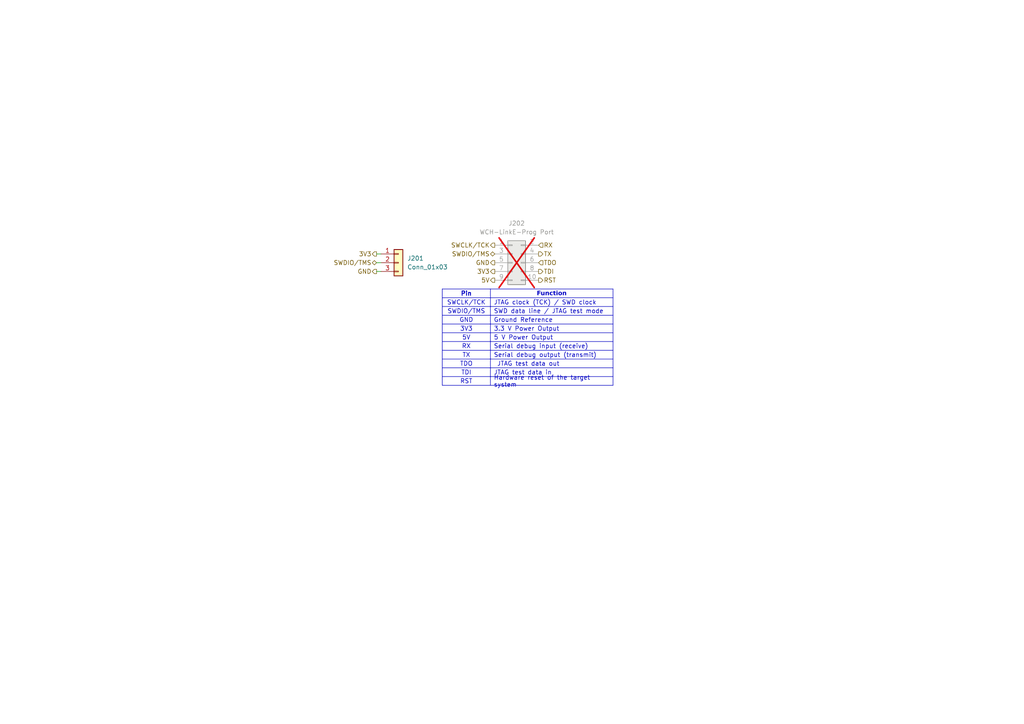
<source format=kicad_sch>
(kicad_sch
	(version 20250114)
	(generator "eeschema")
	(generator_version "9.0")
	(uuid "bf36e080-1729-460d-b98f-541081fc2cf4")
	(paper "A4")
	(title_block
		(title "CHeepCore")
		(date "2025-08-06")
		(rev "0.0.1b")
		(company "VollständigerName")
		(comment 1 "github.com/VollstaendigerName")
		(comment 2 "LICENSE: CC BY-NC 4.0. https://creativecommons.org/licenses/by-nc/4.0")
		(comment 4 "CH32v003")
	)
	(lib_symbols
		(symbol "Connector_Generic:Conn_01x03"
			(pin_names
				(offset 1.016)
				(hide yes)
			)
			(exclude_from_sim no)
			(in_bom yes)
			(on_board yes)
			(property "Reference" "J"
				(at 0 5.08 0)
				(effects
					(font
						(size 1.27 1.27)
					)
				)
			)
			(property "Value" "Conn_01x03"
				(at 0 -5.08 0)
				(effects
					(font
						(size 1.27 1.27)
					)
				)
			)
			(property "Footprint" ""
				(at 0 0 0)
				(effects
					(font
						(size 1.27 1.27)
					)
					(hide yes)
				)
			)
			(property "Datasheet" "~"
				(at 0 0 0)
				(effects
					(font
						(size 1.27 1.27)
					)
					(hide yes)
				)
			)
			(property "Description" "Generic connector, single row, 01x03, script generated (kicad-library-utils/schlib/autogen/connector/)"
				(at 0 0 0)
				(effects
					(font
						(size 1.27 1.27)
					)
					(hide yes)
				)
			)
			(property "ki_keywords" "connector"
				(at 0 0 0)
				(effects
					(font
						(size 1.27 1.27)
					)
					(hide yes)
				)
			)
			(property "ki_fp_filters" "Connector*:*_1x??_*"
				(at 0 0 0)
				(effects
					(font
						(size 1.27 1.27)
					)
					(hide yes)
				)
			)
			(symbol "Conn_01x03_1_1"
				(rectangle
					(start -1.27 3.81)
					(end 1.27 -3.81)
					(stroke
						(width 0.254)
						(type default)
					)
					(fill
						(type background)
					)
				)
				(rectangle
					(start -1.27 2.667)
					(end 0 2.413)
					(stroke
						(width 0.1524)
						(type default)
					)
					(fill
						(type none)
					)
				)
				(rectangle
					(start -1.27 0.127)
					(end 0 -0.127)
					(stroke
						(width 0.1524)
						(type default)
					)
					(fill
						(type none)
					)
				)
				(rectangle
					(start -1.27 -2.413)
					(end 0 -2.667)
					(stroke
						(width 0.1524)
						(type default)
					)
					(fill
						(type none)
					)
				)
				(pin passive line
					(at -5.08 2.54 0)
					(length 3.81)
					(name "Pin_1"
						(effects
							(font
								(size 1.27 1.27)
							)
						)
					)
					(number "1"
						(effects
							(font
								(size 1.27 1.27)
							)
						)
					)
				)
				(pin passive line
					(at -5.08 0 0)
					(length 3.81)
					(name "Pin_2"
						(effects
							(font
								(size 1.27 1.27)
							)
						)
					)
					(number "2"
						(effects
							(font
								(size 1.27 1.27)
							)
						)
					)
				)
				(pin passive line
					(at -5.08 -2.54 0)
					(length 3.81)
					(name "Pin_3"
						(effects
							(font
								(size 1.27 1.27)
							)
						)
					)
					(number "3"
						(effects
							(font
								(size 1.27 1.27)
							)
						)
					)
				)
			)
			(embedded_fonts no)
		)
		(symbol "Connector_Generic:Conn_02x05_Odd_Even"
			(pin_names
				(offset 1.016)
				(hide yes)
			)
			(exclude_from_sim no)
			(in_bom yes)
			(on_board yes)
			(property "Reference" "J"
				(at 1.27 7.62 0)
				(effects
					(font
						(size 1.27 1.27)
					)
				)
			)
			(property "Value" "Conn_02x05_Odd_Even"
				(at 1.27 -7.62 0)
				(effects
					(font
						(size 1.27 1.27)
					)
				)
			)
			(property "Footprint" ""
				(at 0 0 0)
				(effects
					(font
						(size 1.27 1.27)
					)
					(hide yes)
				)
			)
			(property "Datasheet" "~"
				(at 0 0 0)
				(effects
					(font
						(size 1.27 1.27)
					)
					(hide yes)
				)
			)
			(property "Description" "Generic connector, double row, 02x05, odd/even pin numbering scheme (row 1 odd numbers, row 2 even numbers), script generated (kicad-library-utils/schlib/autogen/connector/)"
				(at 0 0 0)
				(effects
					(font
						(size 1.27 1.27)
					)
					(hide yes)
				)
			)
			(property "ki_keywords" "connector"
				(at 0 0 0)
				(effects
					(font
						(size 1.27 1.27)
					)
					(hide yes)
				)
			)
			(property "ki_fp_filters" "Connector*:*_2x??_*"
				(at 0 0 0)
				(effects
					(font
						(size 1.27 1.27)
					)
					(hide yes)
				)
			)
			(symbol "Conn_02x05_Odd_Even_1_1"
				(rectangle
					(start -1.27 6.35)
					(end 3.81 -6.35)
					(stroke
						(width 0.254)
						(type default)
					)
					(fill
						(type background)
					)
				)
				(rectangle
					(start -1.27 5.207)
					(end 0 4.953)
					(stroke
						(width 0.1524)
						(type default)
					)
					(fill
						(type none)
					)
				)
				(rectangle
					(start -1.27 2.667)
					(end 0 2.413)
					(stroke
						(width 0.1524)
						(type default)
					)
					(fill
						(type none)
					)
				)
				(rectangle
					(start -1.27 0.127)
					(end 0 -0.127)
					(stroke
						(width 0.1524)
						(type default)
					)
					(fill
						(type none)
					)
				)
				(rectangle
					(start -1.27 -2.413)
					(end 0 -2.667)
					(stroke
						(width 0.1524)
						(type default)
					)
					(fill
						(type none)
					)
				)
				(rectangle
					(start -1.27 -4.953)
					(end 0 -5.207)
					(stroke
						(width 0.1524)
						(type default)
					)
					(fill
						(type none)
					)
				)
				(rectangle
					(start 3.81 5.207)
					(end 2.54 4.953)
					(stroke
						(width 0.1524)
						(type default)
					)
					(fill
						(type none)
					)
				)
				(rectangle
					(start 3.81 2.667)
					(end 2.54 2.413)
					(stroke
						(width 0.1524)
						(type default)
					)
					(fill
						(type none)
					)
				)
				(rectangle
					(start 3.81 0.127)
					(end 2.54 -0.127)
					(stroke
						(width 0.1524)
						(type default)
					)
					(fill
						(type none)
					)
				)
				(rectangle
					(start 3.81 -2.413)
					(end 2.54 -2.667)
					(stroke
						(width 0.1524)
						(type default)
					)
					(fill
						(type none)
					)
				)
				(rectangle
					(start 3.81 -4.953)
					(end 2.54 -5.207)
					(stroke
						(width 0.1524)
						(type default)
					)
					(fill
						(type none)
					)
				)
				(pin passive line
					(at -5.08 5.08 0)
					(length 3.81)
					(name "Pin_1"
						(effects
							(font
								(size 1.27 1.27)
							)
						)
					)
					(number "1"
						(effects
							(font
								(size 1.27 1.27)
							)
						)
					)
				)
				(pin passive line
					(at -5.08 2.54 0)
					(length 3.81)
					(name "Pin_3"
						(effects
							(font
								(size 1.27 1.27)
							)
						)
					)
					(number "3"
						(effects
							(font
								(size 1.27 1.27)
							)
						)
					)
				)
				(pin passive line
					(at -5.08 0 0)
					(length 3.81)
					(name "Pin_5"
						(effects
							(font
								(size 1.27 1.27)
							)
						)
					)
					(number "5"
						(effects
							(font
								(size 1.27 1.27)
							)
						)
					)
				)
				(pin passive line
					(at -5.08 -2.54 0)
					(length 3.81)
					(name "Pin_7"
						(effects
							(font
								(size 1.27 1.27)
							)
						)
					)
					(number "7"
						(effects
							(font
								(size 1.27 1.27)
							)
						)
					)
				)
				(pin passive line
					(at -5.08 -5.08 0)
					(length 3.81)
					(name "Pin_9"
						(effects
							(font
								(size 1.27 1.27)
							)
						)
					)
					(number "9"
						(effects
							(font
								(size 1.27 1.27)
							)
						)
					)
				)
				(pin passive line
					(at 7.62 5.08 180)
					(length 3.81)
					(name "Pin_2"
						(effects
							(font
								(size 1.27 1.27)
							)
						)
					)
					(number "2"
						(effects
							(font
								(size 1.27 1.27)
							)
						)
					)
				)
				(pin passive line
					(at 7.62 2.54 180)
					(length 3.81)
					(name "Pin_4"
						(effects
							(font
								(size 1.27 1.27)
							)
						)
					)
					(number "4"
						(effects
							(font
								(size 1.27 1.27)
							)
						)
					)
				)
				(pin passive line
					(at 7.62 0 180)
					(length 3.81)
					(name "Pin_6"
						(effects
							(font
								(size 1.27 1.27)
							)
						)
					)
					(number "6"
						(effects
							(font
								(size 1.27 1.27)
							)
						)
					)
				)
				(pin passive line
					(at 7.62 -2.54 180)
					(length 3.81)
					(name "Pin_8"
						(effects
							(font
								(size 1.27 1.27)
							)
						)
					)
					(number "8"
						(effects
							(font
								(size 1.27 1.27)
							)
						)
					)
				)
				(pin passive line
					(at 7.62 -5.08 180)
					(length 3.81)
					(name "Pin_10"
						(effects
							(font
								(size 1.27 1.27)
							)
						)
					)
					(number "10"
						(effects
							(font
								(size 1.27 1.27)
							)
						)
					)
				)
			)
			(embedded_fonts no)
		)
	)
	(wire
		(pts
			(xy 109.22 78.74) (xy 110.49 78.74)
		)
		(stroke
			(width 0)
			(type default)
		)
		(uuid "03339234-69ed-4bf8-8ea7-4bccaaf13017")
	)
	(wire
		(pts
			(xy 109.22 76.2) (xy 110.49 76.2)
		)
		(stroke
			(width 0)
			(type default)
		)
		(uuid "b0bc2e37-7f6b-40de-9129-7ee431746153")
	)
	(wire
		(pts
			(xy 109.22 73.66) (xy 110.49 73.66)
		)
		(stroke
			(width 0)
			(type default)
		)
		(uuid "c10d05c6-fd48-4d6e-9829-da1a64f82a60")
	)
	(table
		(column_count 2)
		(border
			(external yes)
			(header yes)
			(stroke
				(width 0.381)
				(type solid)
			)
		)
		(separators
			(rows yes)
			(cols yes)
			(stroke
				(width 0)
				(type solid)
			)
		)
		(column_widths 13.97 35.56)
		(row_heights 2.54 2.54 2.54 2.54 2.54 2.54 2.54 2.54 2.54 2.54 2.54)
		(cells
			(table_cell "Pin"
				(exclude_from_sim no)
				(at 128.27 83.82 0)
				(size 13.97 2.54)
				(margins 0.9525 0.9525 0.9525 0.9525)
				(span 1 1)
				(fill
					(type none)
				)
				(effects
					(font
						(size 1.27 1.27)
						(thickness 0.254)
						(bold yes)
					)
				)
				(uuid "77c37cc4-6665-4536-8b3b-d308422afb15")
			)
			(table_cell "Function"
				(exclude_from_sim no)
				(at 142.24 83.82 0)
				(size 35.56 2.54)
				(margins 0.9525 0.9525 0.9525 0.9525)
				(span 1 1)
				(fill
					(type none)
				)
				(effects
					(font
						(face "Arial")
						(size 1.27 1.27)
						(bold yes)
					)
				)
				(uuid "4bb5fd01-6368-4e9c-a5c8-5d5e0091bb7a")
			)
			(table_cell "SWCLK/TCK"
				(exclude_from_sim no)
				(at 128.27 86.36 0)
				(size 13.97 2.54)
				(margins 0.9525 0.9525 0.9525 0.9525)
				(span 1 1)
				(fill
					(type none)
				)
				(effects
					(font
						(size 1.27 1.27)
					)
				)
				(uuid "81ae696f-6842-4e1d-91ce-7cf233dc5169")
			)
			(table_cell "JTAG clock (TCK) / SWD clock"
				(exclude_from_sim no)
				(at 142.24 86.36 0)
				(size 35.56 2.54)
				(margins 0.9525 0.9525 0.9525 0.9525)
				(span 1 1)
				(fill
					(type none)
				)
				(effects
					(font
						(size 1.27 1.27)
					)
					(justify left)
				)
				(uuid "afeb0c53-9b3b-461b-a4f2-81b2beb45728")
			)
			(table_cell "SWDIO/TMS"
				(exclude_from_sim no)
				(at 128.27 88.9 0)
				(size 13.97 2.54)
				(margins 0.9525 0.9525 0.9525 0.9525)
				(span 1 1)
				(fill
					(type none)
				)
				(effects
					(font
						(size 1.27 1.27)
					)
				)
				(uuid "6937d83d-7a9d-491d-9efa-ddd469a4f19f")
			)
			(table_cell "SWD data line / JTAG test mode"
				(exclude_from_sim no)
				(at 142.24 88.9 0)
				(size 35.56 2.54)
				(margins 0.9525 0.9525 0.9525 0.9525)
				(span 1 1)
				(fill
					(type none)
				)
				(effects
					(font
						(size 1.27 1.27)
					)
					(justify left)
				)
				(uuid "ea564702-ad2e-4a52-9517-a0c11600e9d3")
			)
			(table_cell "GND"
				(exclude_from_sim no)
				(at 128.27 91.44 0)
				(size 13.97 2.54)
				(margins 0.9525 0.9525 0.9525 0.9525)
				(span 1 1)
				(fill
					(type none)
				)
				(effects
					(font
						(size 1.27 1.27)
					)
				)
				(uuid "f1f7bd08-30de-4db4-8072-d37c4fe2f864")
			)
			(table_cell "Ground Reference"
				(exclude_from_sim no)
				(at 142.24 91.44 0)
				(size 35.56 2.54)
				(margins 0.9525 0.9525 0.9525 0.9525)
				(span 1 1)
				(fill
					(type none)
				)
				(effects
					(font
						(size 1.27 1.27)
					)
					(justify left)
				)
				(uuid "590767f7-225d-40a4-89d1-a4d1be2b3fd9")
			)
			(table_cell "3V3"
				(exclude_from_sim no)
				(at 128.27 93.98 0)
				(size 13.97 2.54)
				(margins 0.9525 0.9525 0.9525 0.9525)
				(span 1 1)
				(fill
					(type none)
				)
				(effects
					(font
						(size 1.27 1.27)
					)
				)
				(uuid "f9cdd346-b93f-43a5-b581-9d4878c28fa6")
			)
			(table_cell "3.3 V Power Output"
				(exclude_from_sim no)
				(at 142.24 93.98 0)
				(size 35.56 2.54)
				(margins 0.9525 0.9525 0.9525 0.9525)
				(span 1 1)
				(fill
					(type none)
				)
				(effects
					(font
						(size 1.27 1.27)
					)
					(justify left)
				)
				(uuid "9e2be5f5-ff91-4c44-b546-a7bd2e500a0b")
			)
			(table_cell "5V"
				(exclude_from_sim no)
				(at 128.27 96.52 0)
				(size 13.97 2.54)
				(margins 0.9525 0.9525 0.9525 0.9525)
				(span 1 1)
				(fill
					(type none)
				)
				(effects
					(font
						(size 1.27 1.27)
					)
				)
				(uuid "a67ffcb0-bb47-4dda-99a8-cdeb50794cf2")
			)
			(table_cell "5 V Power Output"
				(exclude_from_sim no)
				(at 142.24 96.52 0)
				(size 35.56 2.54)
				(margins 0.9525 0.9525 0.9525 0.9525)
				(span 1 1)
				(fill
					(type none)
				)
				(effects
					(font
						(size 1.27 1.27)
					)
					(justify left)
				)
				(uuid "78f16171-063c-4587-878d-76521419932d")
			)
			(table_cell "RX"
				(exclude_from_sim no)
				(at 128.27 99.06 0)
				(size 13.97 2.54)
				(margins 0.9525 0.9525 0.9525 0.9525)
				(span 1 1)
				(fill
					(type none)
				)
				(effects
					(font
						(size 1.27 1.27)
					)
				)
				(uuid "f5b26d80-7cd8-4368-9591-cd75bba66353")
			)
			(table_cell "Serial debug input (receive)"
				(exclude_from_sim no)
				(at 142.24 99.06 0)
				(size 35.56 2.54)
				(margins 0.9525 0.9525 0.9525 0.9525)
				(span 1 1)
				(fill
					(type none)
				)
				(effects
					(font
						(size 1.27 1.27)
					)
					(justify left)
				)
				(uuid "2926100a-83f5-4d99-93de-cf3b76132ad8")
			)
			(table_cell "TX"
				(exclude_from_sim no)
				(at 128.27 101.6 0)
				(size 13.97 2.54)
				(margins 0.9525 0.9525 0.9525 0.9525)
				(span 1 1)
				(fill
					(type none)
				)
				(effects
					(font
						(size 1.27 1.27)
					)
				)
				(uuid "4c3e89a5-18de-4e2b-8966-847cac61fd57")
			)
			(table_cell "Serial debug output (transmit)"
				(exclude_from_sim no)
				(at 142.24 101.6 0)
				(size 35.56 2.54)
				(margins 0.9525 0.9525 0.9525 0.9525)
				(span 1 1)
				(fill
					(type none)
				)
				(effects
					(font
						(size 1.27 1.27)
					)
					(justify left)
				)
				(uuid "a59fa879-8c92-4f60-8f59-48aaef728ff2")
			)
			(table_cell "TDO"
				(exclude_from_sim no)
				(at 128.27 104.14 0)
				(size 13.97 2.54)
				(margins 0.9525 0.9525 0.9525 0.9525)
				(span 1 1)
				(fill
					(type none)
				)
				(effects
					(font
						(size 1.27 1.27)
					)
				)
				(uuid "5e211f88-e3e8-4591-aa41-390188ca63c6")
			)
			(table_cell " JTAG test data out"
				(exclude_from_sim no)
				(at 142.24 104.14 0)
				(size 35.56 2.54)
				(margins 0.9525 0.9525 0.9525 0.9525)
				(span 1 1)
				(fill
					(type none)
				)
				(effects
					(font
						(size 1.27 1.27)
					)
					(justify left)
				)
				(uuid "639faa97-df75-4bd1-a556-fcbf8bf3c337")
			)
			(table_cell "TDI"
				(exclude_from_sim no)
				(at 128.27 106.68 0)
				(size 13.97 2.54)
				(margins 0.9525 0.9525 0.9525 0.9525)
				(span 1 1)
				(fill
					(type none)
				)
				(effects
					(font
						(size 1.27 1.27)
					)
				)
				(uuid "f0c87d03-96ce-4a99-bcae-247996b6bc14")
			)
			(table_cell "JTAG test data in"
				(exclude_from_sim no)
				(at 142.24 106.68 0)
				(size 35.56 2.54)
				(margins 0.9525 0.9525 0.9525 0.9525)
				(span 1 1)
				(fill
					(type none)
				)
				(effects
					(font
						(size 1.27 1.27)
					)
					(justify left)
				)
				(uuid "5c8aa981-b9c3-4e21-a85b-a82447d161dd")
			)
			(table_cell "RST"
				(exclude_from_sim no)
				(at 128.27 109.22 0)
				(size 13.97 2.54)
				(margins 0.9525 0.9525 0.9525 0.9525)
				(span 1 1)
				(fill
					(type none)
				)
				(effects
					(font
						(size 1.27 1.27)
					)
				)
				(uuid "f1f26b31-df01-47e8-8d50-6bec136f40f4")
			)
			(table_cell "Hardware reset of the target system"
				(exclude_from_sim no)
				(at 142.24 109.22 0)
				(size 35.56 2.54)
				(margins 0.9525 0.9525 0.9525 0.9525)
				(span 1 1)
				(fill
					(type none)
				)
				(effects
					(font
						(size 1.27 1.27)
					)
					(justify left)
				)
				(uuid "b80c5999-5566-4fab-bc8d-aaa3182e80c5")
			)
		)
	)
	(hierarchical_label "SWDIO{slash}TMS"
		(shape bidirectional)
		(at 109.22 76.2 180)
		(effects
			(font
				(size 1.27 1.27)
			)
			(justify right)
		)
		(uuid "36619702-7e6c-46bc-90ab-ea2c710ec3ad")
	)
	(hierarchical_label "TX"
		(shape output)
		(at 156.21 73.66 0)
		(effects
			(font
				(size 1.27 1.27)
			)
			(justify left)
		)
		(uuid "39e72e24-68d4-4325-a2df-6858810a334b")
	)
	(hierarchical_label "SWDIO{slash}TMS"
		(shape bidirectional)
		(at 143.51 73.66 180)
		(effects
			(font
				(size 1.27 1.27)
			)
			(justify right)
		)
		(uuid "44379744-a989-4190-bf2e-217019561e16")
	)
	(hierarchical_label "SWCLK{slash}TCK"
		(shape output)
		(at 143.51 71.12 180)
		(effects
			(font
				(size 1.27 1.27)
			)
			(justify right)
		)
		(uuid "47e1b19a-9006-449a-b4de-ac805e947d3c")
	)
	(hierarchical_label "3V3"
		(shape output)
		(at 109.22 73.66 180)
		(effects
			(font
				(size 1.27 1.27)
			)
			(justify right)
		)
		(uuid "5c5a7371-76c1-4e4f-849e-f220ea898ff7")
	)
	(hierarchical_label "TDI"
		(shape output)
		(at 156.21 78.74 0)
		(effects
			(font
				(size 1.27 1.27)
			)
			(justify left)
		)
		(uuid "80106a22-bf7b-4c50-9271-d8f86cdbb1de")
	)
	(hierarchical_label "3V3"
		(shape output)
		(at 143.51 78.74 180)
		(effects
			(font
				(size 1.27 1.27)
			)
			(justify right)
		)
		(uuid "b7936e0f-6248-419b-ab08-50ad13b91b6b")
	)
	(hierarchical_label "RST"
		(shape output)
		(at 156.21 81.28 0)
		(effects
			(font
				(size 1.27 1.27)
			)
			(justify left)
		)
		(uuid "d490b758-eb76-448c-bf83-61db99255229")
	)
	(hierarchical_label "5V"
		(shape output)
		(at 143.51 81.28 180)
		(effects
			(font
				(size 1.27 1.27)
			)
			(justify right)
		)
		(uuid "d70489fb-c43e-416b-9ba7-61aed2bb93ac")
	)
	(hierarchical_label "TDO"
		(shape input)
		(at 156.21 76.2 0)
		(effects
			(font
				(size 1.27 1.27)
			)
			(justify left)
		)
		(uuid "e20a851a-144e-49a5-bc18-af546ccaa34d")
	)
	(hierarchical_label "RX"
		(shape input)
		(at 156.21 71.12 0)
		(effects
			(font
				(size 1.27 1.27)
			)
			(justify left)
		)
		(uuid "e6c1ca2d-937e-4939-8f8d-de25d6c535d1")
	)
	(hierarchical_label "GND"
		(shape output)
		(at 143.51 76.2 180)
		(effects
			(font
				(size 1.27 1.27)
			)
			(justify right)
		)
		(uuid "e937ceaa-c7dc-4f59-b47d-212b83863c50")
	)
	(hierarchical_label "GND"
		(shape output)
		(at 109.22 78.74 180)
		(effects
			(font
				(size 1.27 1.27)
			)
			(justify right)
		)
		(uuid "ef707f1c-5a45-4ea9-8482-a9bc97c2a41e")
	)
	(symbol
		(lib_id "Connector_Generic:Conn_02x05_Odd_Even")
		(at 148.59 76.2 0)
		(unit 1)
		(exclude_from_sim no)
		(in_bom no)
		(on_board no)
		(dnp yes)
		(fields_autoplaced yes)
		(uuid "e886eaee-97b4-46aa-84dc-36f070223359")
		(property "Reference" "J202"
			(at 149.86 64.77 0)
			(effects
				(font
					(size 1.27 1.27)
				)
			)
		)
		(property "Value" "WCH-LinkE-Prog Port"
			(at 149.86 67.31 0)
			(effects
				(font
					(size 1.27 1.27)
				)
			)
		)
		(property "Footprint" "Connector_PinHeader_2.54mm:PinHeader_2x05_P2.54mm_Vertical"
			(at 148.59 76.2 0)
			(effects
				(font
					(size 1.27 1.27)
				)
				(hide yes)
			)
		)
		(property "Datasheet" "~"
			(at 148.59 76.2 0)
			(effects
				(font
					(size 1.27 1.27)
				)
				(hide yes)
			)
		)
		(property "Description" "Generic connector, double row, 02x05, odd/even pin numbering scheme (row 1 odd numbers, row 2 even numbers), script generated (kicad-library-utils/schlib/autogen/connector/)"
			(at 148.59 76.2 0)
			(effects
				(font
					(size 1.27 1.27)
				)
				(hide yes)
			)
		)
		(pin "8"
			(uuid "8c07c8f1-b202-407f-b11e-13c34a00f098")
		)
		(pin "6"
			(uuid "5c69e81a-5e2a-4127-a4d2-eba3499bf92b")
		)
		(pin "7"
			(uuid "87f2cd25-9ae5-42a8-85a5-739662ed7489")
		)
		(pin "3"
			(uuid "1bffa9d8-7cf8-44b7-9107-9614b63b255a")
		)
		(pin "4"
			(uuid "65321da6-49da-44d8-988a-2de784459c6e")
		)
		(pin "5"
			(uuid "01c0316d-4bd2-44d0-a661-3d183d7d857d")
		)
		(pin "1"
			(uuid "8edfbdae-6bde-4b13-8a7e-a497300f32fc")
		)
		(pin "9"
			(uuid "bd3a43dd-e18e-49c7-8c2c-6a2a6b8eb23c")
		)
		(pin "2"
			(uuid "f3f7156d-6a42-4610-8cb1-80e76370bb49")
		)
		(pin "10"
			(uuid "46bbf766-74d5-4f0c-880b-ae338cd4d149")
		)
		(instances
			(project ""
				(path "/1a6f5452-e688-4341-937f-30ed63281f98/50a3c75c-64ea-48fa-8760-8568106cffc8"
					(reference "J202")
					(unit 1)
				)
			)
		)
	)
	(symbol
		(lib_id "Connector_Generic:Conn_01x03")
		(at 115.57 76.2 0)
		(unit 1)
		(exclude_from_sim no)
		(in_bom yes)
		(on_board yes)
		(dnp no)
		(fields_autoplaced yes)
		(uuid "ec6875af-d3bb-4149-a19f-e57e22f1395b")
		(property "Reference" "J201"
			(at 118.11 74.9299 0)
			(effects
				(font
					(size 1.27 1.27)
				)
				(justify left)
			)
		)
		(property "Value" "Conn_01x03"
			(at 118.11 77.4699 0)
			(effects
				(font
					(size 1.27 1.27)
				)
				(justify left)
			)
		)
		(property "Footprint" "Connector_PinSocket_2.54mm:PinSocket_1x03_P2.54mm_Vertical"
			(at 115.57 76.2 0)
			(effects
				(font
					(size 1.27 1.27)
				)
				(hide yes)
			)
		)
		(property "Datasheet" "~"
			(at 115.57 76.2 0)
			(effects
				(font
					(size 1.27 1.27)
				)
				(hide yes)
			)
		)
		(property "Description" "Generic connector, single row, 01x03, script generated (kicad-library-utils/schlib/autogen/connector/)"
			(at 115.57 76.2 0)
			(effects
				(font
					(size 1.27 1.27)
				)
				(hide yes)
			)
		)
		(pin "2"
			(uuid "f269abd6-2477-431c-884a-220ace7db44e")
		)
		(pin "1"
			(uuid "0217fbb2-f42a-40c6-9ddd-386654f1dbba")
		)
		(pin "3"
			(uuid "7f2cd8c8-c951-4b99-bd6f-860e1f8be27f")
		)
		(instances
			(project ""
				(path "/1a6f5452-e688-4341-937f-30ed63281f98/50a3c75c-64ea-48fa-8760-8568106cffc8"
					(reference "J201")
					(unit 1)
				)
			)
		)
	)
)

</source>
